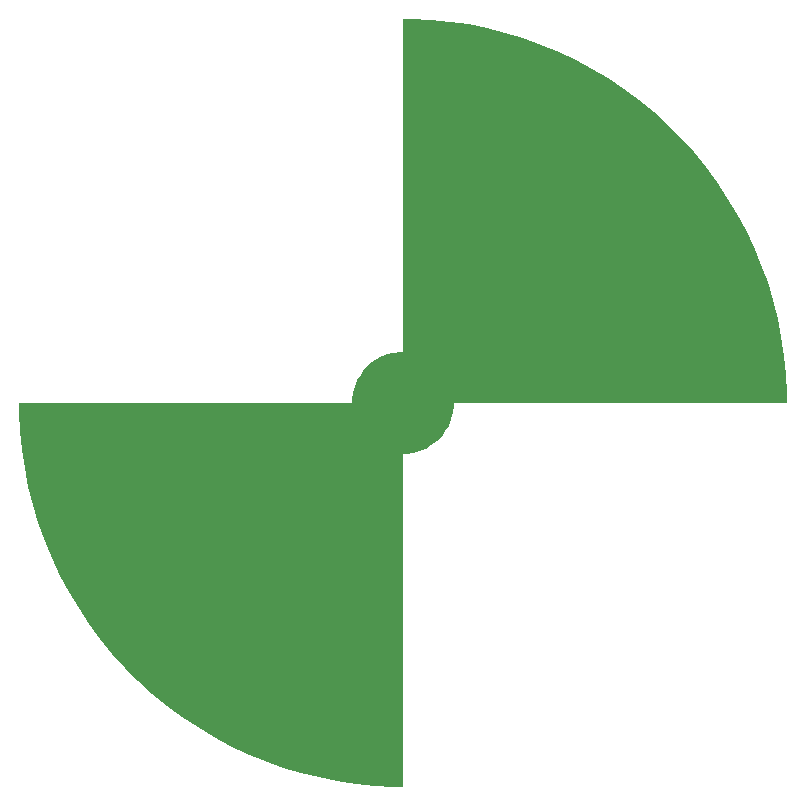
<source format=gbs>
%FSTAX23Y23*%
%MOIN*%
%SFA1B1*%

%IPPOS*%
%ADD10C,0.086740*%
%ADD11C,0.106420*%
%LNrotor-1*%
%LPD*%
G36*
X02695Y0296D02*
Y02928D01*
X02698Y02865*
X02704Y02803*
X02713Y02741*
X02726Y02679*
X02741Y02618*
X02759Y02558*
X0278Y02499*
X02804Y02441*
X02831Y02384*
X02861Y02329*
X02893Y02275*
X02928Y02223*
X02965Y02172*
X03005Y02124*
X03048Y02077*
X03092Y02033*
X03138Y0199*
X03187Y0195*
X03238Y01913*
X0329Y01878*
X03344Y01846*
X03399Y01816*
X03456Y01789*
X03514Y01765*
X03573Y01744*
X03633Y01726*
X03694Y01711*
X03756Y01698*
X03818Y01689*
X0388Y01683*
X03943Y0168*
X03975*
Y02789*
X03986*
X04008Y02792*
X04029Y02798*
X0405Y02806*
X04069Y02818*
X04087Y02831*
X04103Y02847*
X04116Y02865*
X04128Y02884*
X04136Y02905*
X04142Y02926*
X04145Y02948*
Y0296*
X05254*
Y02991*
X05251Y03054*
X05245Y03116*
X05236Y03178*
X05223Y0324*
X05208Y03301*
X0519Y03361*
X05169Y0342*
X05145Y03478*
X05118Y03535*
X05088Y0359*
X05056Y03644*
X05021Y03696*
X04984Y03747*
X04944Y03796*
X04901Y03842*
X04857Y03886*
X04811Y03929*
X04762Y03969*
X04711Y04006*
X04659Y04041*
X04605Y04073*
X0455Y04103*
X04493Y0413*
X04435Y04154*
X04376Y04175*
X04316Y04193*
X04255Y04208*
X04193Y04221*
X04131Y0423*
X04069Y04236*
X04006Y04239*
X03975*
Y0313*
X03963*
X03941Y03127*
X0392Y03121*
X03899Y03113*
X0388Y03101*
X03862Y03088*
X03846Y03072*
X03833Y03054*
X03821Y03035*
X03813Y03014*
X03807Y02993*
X03804Y02971*
Y0296*
X02695*
G37*
G54D10*
X04055Y0296D03*
G54D11*
X03975Y0296D03*
M02*
</source>
